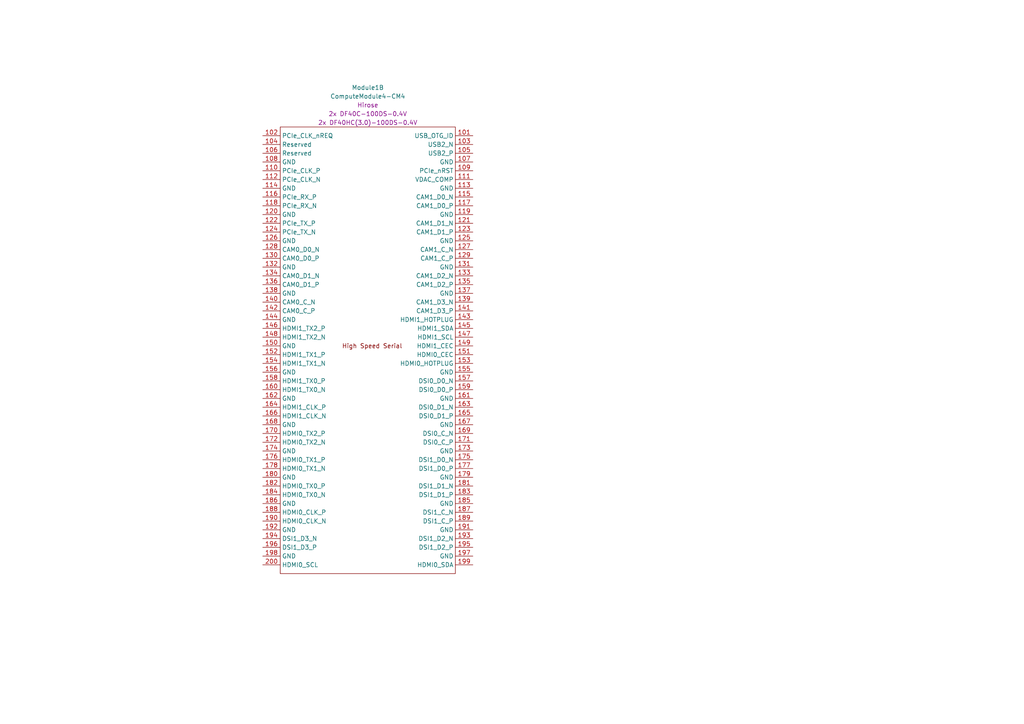
<source format=kicad_sch>
(kicad_sch (version 20230121) (generator eeschema)
  (paper "A4")
  (lib_symbols
    (symbol "CM4IO:ComputeModule4-CM4"
      (property "Reference" "Module" (at 113.03 -68.58 0))
      (property "Value" "ComputeModule4-CM4" (at 140.97 2.54 0))
      (property "Manufacturer" "Hirose" (at 0 0 0))
      (property "MPN" "2x DF40C-100DS-0.4V" (at 0 -2.54 0))
      (property "MPN (Alt)" "2x DF40HC(3.0)-100DS-0.4V" (at 0 0 0))
      (symbol "ComputeModule4-CM4_1_0"
        (text "GPIO" (at 0 6.35 0) (effects (font (size 1.27 1.27))))
      )
      (symbol "ComputeModule4-CM4_1_1"
        (rectangle (start -30.48 -71.12) (end 25.4 58.42))
        (text "600mA Max" (at -8.89 -53.34 0) (effects (font (size 1.27 1.27))))
        (text "600mA Max" (at -8.89 -48.26 0) (effects (font (size 1.27 1.27))))
        (text "NB SD signals are only available" (at -1.27 -27.94 0) (effects (font (size 1.27 1.27))))
        (text "on modules without eMMC" (at -1.27 -30.48 0) (effects (font (size 1.27 1.27))))
        (pin power_in line (at 27.94 55.88 180) (length 2.54) (name "GND") (number "1"))
        (pin passive line (at -33.02 45.72 0) (length 2.54) (name "Ethernet_Pair0_N") (number "10"))
        (pin output line (at -33.02 -68.58 0) (length 2.54) (name "nEXTRST") (number "100"))
        (pin passive line (at 27.94 43.18 180) (length 2.54) (name "Ethernet_Pair2_P") (number "11"))
        (pin passive line (at -33.02 43.18 0) (length 2.54) (name "Ethernet_Pair0_P") (number "12"))
        (pin power_in line (at 27.94 40.64 180) (length 2.54) (name "GND") (number "13"))
        (pin power_in line (at -33.02 40.64 0) (length 2.54) (name "GND") (number "14"))
        (pin output line (at 27.94 38.1 180) (length 2.54) (name "Ethernet_nLED3(3.3v)") (number "15"))
        (pin input line (at -33.02 38.1 0) (length 2.54) (name "Ethernet_SYNC_IN(1.8v)") (number "16"))
        (pin output line (at 27.94 35.56 180) (length 2.54) (name "Ethernet_nLED2(3.3v)") (number "17"))
        (pin input line (at -33.02 35.56 0) (length 2.54) (name "Ethernet_SYNC_OUT(1.8v)") (number "18"))
        (pin output line (at 27.94 33.02 180) (length 2.54) (name "Ethernet_nLED1(3.3v)") (number "19"))
        (pin power_in line (at -33.02 55.88 0) (length 2.54) (name "GND") (number "2"))
        (pin passive line (at -33.02 33.02 0) (length 2.54) (name "EEPROM_nWP") (number "20"))
        (pin open_collector line (at 27.94 30.48 180) (length 2.54) (name "PI_nLED_Activity") (number "21"))
        (pin power_in line (at -33.02 30.48 0) (length 2.54) (name "GND") (number "22"))
        (pin power_in line (at 27.94 27.94 180) (length 2.54) (name "GND") (number "23"))
        (pin passive line (at -33.02 27.94 0) (length 2.54) (name "GPIO26") (number "24"))
        (pin passive line (at 27.94 25.4 180) (length 2.54) (name "GPIO21") (number "25"))
        (pin passive line (at -33.02 25.4 0) (length 2.54) (name "GPIO19") (number "26"))
        (pin passive line (at 27.94 22.86 180) (length 2.54) (name "GPIO20") (number "27"))
        (pin passive line (at -33.02 22.86 0) (length 2.54) (name "GPIO13") (number "28"))
        (pin passive line (at 27.94 20.32 180) (length 2.54) (name "GPIO16") (number "29"))
        (pin passive line (at 27.94 53.34 180) (length 2.54) (name "Ethernet_Pair3_P") (number "3"))
        (pin passive line (at -33.02 20.32 0) (length 2.54) (name "GPIO6") (number "30"))
        (pin passive line (at 27.94 17.78 180) (length 2.54) (name "GPIO12") (number "31"))
        (pin power_in line (at -33.02 17.78 0) (length 2.54) (name "GND") (number "32"))
        (pin power_in line (at 27.94 15.24 180) (length 2.54) (name "GND") (number "33"))
        (pin passive line (at -33.02 15.24 0) (length 2.54) (name "GPIO5") (number "34"))
        (pin passive line (at 27.94 12.7 180) (length 2.54) (name "ID_SC") (number "35"))
        (pin passive line (at -33.02 12.7 0) (length 2.54) (name "ID_SD") (number "36"))
        (pin passive line (at 27.94 10.16 180) (length 2.54) (name "GPIO7") (number "37"))
        (pin passive line (at -33.02 10.16 0) (length 2.54) (name "GPIO11") (number "38"))
        (pin passive line (at 27.94 7.62 180) (length 2.54) (name "GPIO8") (number "39"))
        (pin passive line (at -33.02 53.34 0) (length 2.54) (name "Ethernet_Pair1_P") (number "4"))
        (pin passive line (at -33.02 7.62 0) (length 2.54) (name "GPIO9") (number "40"))
        (pin passive line (at 27.94 5.08 180) (length 2.54) (name "GPIO25") (number "41"))
        (pin power_in line (at -33.02 5.08 0) (length 2.54) (name "GND") (number "42"))
        (pin power_in line (at 27.94 2.54 180) (length 2.54) (name "GND") (number "43"))
        (pin passive line (at -33.02 2.54 0) (length 2.54) (name "GPIO10") (number "44"))
        (pin passive line (at 27.94 0 180) (length 2.54) (name "GPIO24") (number "45"))
        (pin passive line (at -33.02 0 0) (length 2.54) (name "GPIO22") (number "46"))
        (pin passive line (at 27.94 -2.54 180) (length 2.54) (name "GPIO23") (number "47"))
        (pin passive line (at -33.02 -2.54 0) (length 2.54) (name "GPIO27") (number "48"))
        (pin passive line (at 27.94 -5.08 180) (length 2.54) (name "GPIO18") (number "49"))
        (pin passive line (at 27.94 50.8 180) (length 2.54) (name "Ethernet_Pair3_N") (number "5"))
        (pin passive line (at -33.02 -5.08 0) (length 2.54) (name "GPIO17") (number "50"))
        (pin passive line (at 27.94 -7.62 180) (length 2.54) (name "GPIO15") (number "51"))
        (pin power_in line (at -33.02 -7.62 0) (length 2.54) (name "GND") (number "52"))
        (pin power_in line (at 27.94 -10.16 180) (length 2.54) (name "GND") (number "53"))
        (pin passive line (at -33.02 -10.16 0) (length 2.54) (name "GPIO4") (number "54"))
        (pin passive line (at 27.94 -12.7 180) (length 2.54) (name "GPIO14") (number "55"))
        (pin passive line (at -33.02 -12.7 0) (length 2.54) (name "GPIO3") (number "56"))
        (pin passive line (at 27.94 -15.24 180) (length 2.54) (name "SD_CLK") (number "57"))
        (pin passive line (at -33.02 -15.24 0) (length 2.54) (name "GPIO2") (number "58"))
        (pin power_in line (at 27.94 -17.78 180) (length 2.54) (name "GND") (number "59"))
        (pin passive line (at -33.02 50.8 0) (length 2.54) (name "Ethernet_Pair1_N") (number "6"))
        (pin power_in line (at -33.02 -17.78 0) (length 2.54) (name "GND") (number "60"))
        (pin passive line (at 27.94 -20.32 180) (length 2.54) (name "SD_DAT3") (number "61"))
        (pin passive line (at -33.02 -20.32 0) (length 2.54) (name "SD_CMD") (number "62"))
        (pin passive line (at 27.94 -22.86 180) (length 2.54) (name "SD_DAT0") (number "63"))
        (pin passive line (at -33.02 -22.86 0) (length 2.54) (name "SD_DAT5") (number "64"))
        (pin power_in line (at 27.94 -25.4 180) (length 2.54) (name "GND") (number "65"))
        (pin power_in line (at -33.02 -25.4 0) (length 2.54) (name "GND") (number "66"))
        (pin passive line (at 27.94 -27.94 180) (length 2.54) (name "SD_DAT1") (number "67"))
        (pin passive line (at -33.02 -27.94 0) (length 2.54) (name "SD_DAT4") (number "68"))
        (pin passive line (at 27.94 -30.48 180) (length 2.54) (name "SD_DAT2") (number "69"))
        (pin power_in line (at 27.94 48.26 180) (length 2.54) (name "GND") (number "7"))
        (pin passive line (at -33.02 -30.48 0) (length 2.54) (name "SD_DAT7") (number "70"))
        (pin power_in line (at 27.94 -33.02 180) (length 2.54) (name "GND") (number "71"))
        (pin passive line (at -33.02 -33.02 0) (length 2.54) (name "SD_DAT6") (number "72"))
        (pin input line (at 27.94 -35.56 180) (length 2.54) (name "SD_VDD_Override") (number "73"))
        (pin power_in line (at -33.02 -35.56 0) (length 2.54) (name "GND") (number "74"))
        (pin output line (at 27.94 -38.1 180) (length 2.54) (name "SD_PWR_ON") (number "75"))
        (pin passive line (at -33.02 -38.1 0) (length 2.54) (name "Reserved") (number "76"))
        (pin power_in line (at 27.94 -40.64 180) (length 2.54) (name "+5v_(Input)") (number "77"))
        (pin power_in line (at -33.02 -40.64 0) (length 2.54) (name "GPIO_VREF(1.8v/3.3v_Input)") (number "78"))
        (pin power_in line (at 27.94 -43.18 180) (length 2.54) (name "+5v_(Input)") (number "79"))
        (pin power_in line (at -33.02 48.26 0) (length 2.54) (name "GND") (number "8"))
        (pin passive line (at -33.02 -43.18 0) (length 2.54) (name "SCL0") (number "80"))
        (pin power_in line (at 27.94 -45.72 180) (length 2.54) (name "+5v_(Input)") (number "81"))
        (pin passive line (at -33.02 -45.72 0) (length 2.54) (name "SDA0") (number "82"))
        (pin power_in line (at 27.94 -48.26 180) (length 2.54) (name "+5v_(Input)") (number "83"))
        (pin power_out line (at -33.02 -48.26 0) (length 2.54) (name "+3.3v_(Output)") (number "84"))
        (pin power_in line (at 27.94 -50.8 180) (length 2.54) (name "+5v_(Input)") (number "85"))
        (pin power_out line (at -33.02 -50.8 0) (length 2.54) (name "+3.3v_(Output)") (number "86"))
        (pin power_in line (at 27.94 -53.34 180) (length 2.54) (name "+5v_(Input)") (number "87"))
        (pin power_out line (at -33.02 -53.34 0) (length 2.54) (name "+1.8v_(Output)") (number "88"))
        (pin power_in line (at 27.94 -55.88 180) (length 2.54) (name "WiFi_nDisable") (number "89"))
        (pin passive line (at 27.94 45.72 180) (length 2.54) (name "Ethernet_Pair2_N") (number "9"))
        (pin power_out line (at -33.02 -55.88 0) (length 2.54) (name "+1.8v_(Output)") (number "90"))
        (pin power_in line (at 27.94 -58.42 180) (length 2.54) (name "BT_nDisable") (number "91"))
        (pin passive line (at -33.02 -58.42 0) (length 2.54) (name "RUN_PG") (number "92"))
        (pin input line (at 27.94 -60.96 180) (length 2.54) (name "nRPIBOOT") (number "93"))
        (pin passive line (at -33.02 -60.96 0) (length 2.54) (name "AnalogIP0") (number "94"))
        (pin output line (at 27.94 -63.5 180) (length 2.54) (name "nPI_LED_PWR") (number "95"))
        (pin passive line (at -33.02 -63.5 0) (length 2.54) (name "AnalogIP1") (number "96"))
        (pin passive line (at 27.94 -66.04 180) (length 2.54) (name "Camera_GPIO") (number "97"))
        (pin power_in line (at -33.02 -66.04 0) (length 2.54) (name "GND") (number "98"))
        (pin input line (at 27.94 -68.58 180) (length 2.54) (name "Global_EN") (number "99"))
      )
      (symbol "ComputeModule4-CM4_2_1"
        (rectangle (start 114.3 -66.04) (end 165.1 63.5))
        (text "High Speed Serial" (at 140.97 0 0) (effects (font (size 1.27 1.27))))
        (pin input line (at 170.18 60.96 180) (length 5.08) (name "USB_OTG_ID") (number "101"))
        (pin input line (at 109.22 60.96 0) (length 5.08) (name "PCIe_CLK_nREQ") (number "102"))
        (pin passive line (at 170.18 58.42 180) (length 5.08) (name "USB2_N") (number "103"))
        (pin passive line (at 109.22 58.42 0) (length 5.08) (name "Reserved") (number "104"))
        (pin passive line (at 170.18 55.88 180) (length 5.08) (name "USB2_P") (number "105"))
        (pin passive line (at 109.22 55.88 0) (length 5.08) (name "Reserved") (number "106"))
        (pin power_in line (at 170.18 53.34 180) (length 5.08) (name "GND") (number "107"))
        (pin power_in line (at 109.22 53.34 0) (length 5.08) (name "GND") (number "108"))
        (pin bidirectional line (at 170.18 50.8 180) (length 5.08) (name "PCIe_nRST") (number "109"))
        (pin output line (at 109.22 50.8 0) (length 5.08) (name "PCIe_CLK_P") (number "110"))
        (pin passive line (at 170.18 48.26 180) (length 5.08) (name "VDAC_COMP") (number "111"))
        (pin output line (at 109.22 48.26 0) (length 5.08) (name "PCIe_CLK_N") (number "112"))
        (pin power_in line (at 170.18 45.72 180) (length 5.08) (name "GND") (number "113"))
        (pin power_in line (at 109.22 45.72 0) (length 5.08) (name "GND") (number "114"))
        (pin input line (at 170.18 43.18 180) (length 5.08) (name "CAM1_D0_N") (number "115"))
        (pin input line (at 109.22 43.18 0) (length 5.08) (name "PCIe_RX_P") (number "116"))
        (pin input line (at 170.18 40.64 180) (length 5.08) (name "CAM1_D0_P") (number "117"))
        (pin input line (at 109.22 40.64 0) (length 5.08) (name "PCIe_RX_N") (number "118"))
        (pin power_in line (at 170.18 38.1 180) (length 5.08) (name "GND") (number "119"))
        (pin power_in line (at 109.22 38.1 0) (length 5.08) (name "GND") (number "120"))
        (pin input line (at 170.18 35.56 180) (length 5.08) (name "CAM1_D1_N") (number "121"))
        (pin output line (at 109.22 35.56 0) (length 5.08) (name "PCIe_TX_P") (number "122"))
        (pin input line (at 170.18 33.02 180) (length 5.08) (name "CAM1_D1_P") (number "123"))
        (pin output line (at 109.22 33.02 0) (length 5.08) (name "PCIe_TX_N") (number "124"))
        (pin power_in line (at 170.18 30.48 180) (length 5.08) (name "GND") (number "125"))
        (pin power_in line (at 109.22 30.48 0) (length 5.08) (name "GND") (number "126"))
        (pin input line (at 170.18 27.94 180) (length 5.08) (name "CAM1_C_N") (number "127"))
        (pin input line (at 109.22 27.94 0) (length 5.08) (name "CAM0_D0_N") (number "128"))
        (pin input line (at 170.18 25.4 180) (length 5.08) (name "CAM1_C_P") (number "129"))
        (pin input line (at 109.22 25.4 0) (length 5.08) (name "CAM0_D0_P") (number "130"))
        (pin power_in line (at 170.18 22.86 180) (length 5.08) (name "GND") (number "131"))
        (pin power_in line (at 109.22 22.86 0) (length 5.08) (name "GND") (number "132"))
        (pin input line (at 170.18 20.32 180) (length 5.08) (name "CAM1_D2_N") (number "133"))
        (pin input line (at 109.22 20.32 0) (length 5.08) (name "CAM0_D1_N") (number "134"))
        (pin input line (at 170.18 17.78 180) (length 5.08) (name "CAM1_D2_P") (number "135"))
        (pin input line (at 109.22 17.78 0) (length 5.08) (name "CAM0_D1_P") (number "136"))
        (pin power_in line (at 170.18 15.24 180) (length 5.08) (name "GND") (number "137"))
        (pin power_in line (at 109.22 15.24 0) (length 5.08) (name "GND") (number "138"))
        (pin input line (at 170.18 12.7 180) (length 5.08) (name "CAM1_D3_N") (number "139"))
        (pin input line (at 109.22 12.7 0) (length 5.08) (name "CAM0_C_N") (number "140"))
        (pin input line (at 170.18 10.16 180) (length 5.08) (name "CAM1_D3_P") (number "141"))
        (pin input line (at 109.22 10.16 0) (length 5.08) (name "CAM0_C_P") (number "142"))
        (pin input line (at 170.18 7.62 180) (length 5.08) (name "HDMI1_HOTPLUG") (number "143"))
        (pin power_in line (at 109.22 7.62 0) (length 5.08) (name "GND") (number "144"))
        (pin bidirectional line (at 170.18 5.08 180) (length 5.08) (name "HDMI1_SDA") (number "145"))
        (pin output line (at 109.22 5.08 0) (length 5.08) (name "HDMI1_TX2_P") (number "146"))
        (pin open_collector line (at 170.18 2.54 180) (length 5.08) (name "HDMI1_SCL") (number "147"))
        (pin output line (at 109.22 2.54 0) (length 5.08) (name "HDMI1_TX2_N") (number "148"))
        (pin open_collector line (at 170.18 0 180) (length 5.08) (name "HDMI1_CEC") (number "149"))
        (pin power_in line (at 109.22 0 0) (length 5.08) (name "GND") (number "150"))
        (pin open_collector line (at 170.18 -2.54 180) (length 5.08) (name "HDMI0_CEC") (number "151"))
        (pin output line (at 109.22 -2.54 0) (length 5.08) (name "HDMI1_TX1_P") (number "152"))
        (pin input line (at 170.18 -5.08 180) (length 5.08) (name "HDMI0_HOTPLUG") (number "153"))
        (pin output line (at 109.22 -5.08 0) (length 5.08) (name "HDMI1_TX1_N") (number "154"))
        (pin power_in line (at 170.18 -7.62 180) (length 5.08) (name "GND") (number "155"))
        (pin power_in line (at 109.22 -7.62 0) (length 5.08) (name "GND") (number "156"))
        (pin output line (at 170.18 -10.16 180) (length 5.08) (name "DSI0_D0_N") (number "157"))
        (pin output line (at 109.22 -10.16 0) (length 5.08) (name "HDMI1_TX0_P") (number "158"))
        (pin output line (at 170.18 -12.7 180) (length 5.08) (name "DSI0_D0_P") (number "159"))
        (pin output line (at 109.22 -12.7 0) (length 5.08) (name "HDMI1_TX0_N") (number "160"))
        (pin power_in line (at 170.18 -15.24 180) (length 5.08) (name "GND") (number "161"))
        (pin power_in line (at 109.22 -15.24 0) (length 5.08) (name "GND") (number "162"))
        (pin output line (at 170.18 -17.78 180) (length 5.08) (name "DSI0_D1_N") (number "163"))
        (pin output line (at 109.22 -17.78 0) (length 5.08) (name "HDMI1_CLK_P") (number "164"))
        (pin output line (at 170.18 -20.32 180) (length 5.08) (name "DSI0_D1_P") (number "165"))
        (pin output line (at 109.22 -20.32 0) (length 5.08) (name "HDMI1_CLK_N") (number "166"))
        (pin power_in line (at 170.18 -22.86 180) (length 5.08) (name "GND") (number "167"))
        (pin power_in line (at 109.22 -22.86 0) (length 5.08) (name "GND") (number "168"))
        (pin output line (at 170.18 -25.4 180) (length 5.08) (name "DSI0_C_N") (number "169"))
        (pin output line (at 109.22 -25.4 0) (length 5.08) (name "HDMI0_TX2_P") (number "170"))
        (pin output line (at 170.18 -27.94 180) (length 5.08) (name "DSI0_C_P") (number "171"))
        (pin output line (at 109.22 -27.94 0) (length 5.08) (name "HDMI0_TX2_N") (number "172"))
        (pin power_in line (at 170.18 -30.48 180) (length 5.08) (name "GND") (number "173"))
        (pin power_in line (at 109.22 -30.48 0) (length 5.08) (name "GND") (number "174"))
        (pin output line (at 170.18 -33.02 180) (length 5.08) (name "DSI1_D0_N") (number "175"))
        (pin output line (at 109.22 -33.02 0) (length 5.08) (name "HDMI0_TX1_P") (number "176"))
        (pin output line (at 170.18 -35.56 180) (length 5.08) (name "DSI1_D0_P") (number "177"))
        (pin output line (at 109.22 -35.56 0) (length 5.08) (name "HDMI0_TX1_N") (number "178"))
        (pin power_in line (at 170.18 -38.1 180) (length 5.08) (name "GND") (number "179"))
        (pin power_in line (at 109.22 -38.1 0) (length 5.08) (name "GND") (number "180"))
        (pin output line (at 170.18 -40.64 180) (length 5.08) (name "DSI1_D1_N") (number "181"))
        (pin output line (at 109.22 -40.64 0) (length 5.08) (name "HDMI0_TX0_P") (number "182"))
        (pin output line (at 170.18 -43.18 180) (length 5.08) (name "DSI1_D1_P") (number "183"))
        (pin output line (at 109.22 -43.18 0) (length 5.08) (name "HDMI0_TX0_N") (number "184"))
        (pin power_in line (at 170.18 -45.72 180) (length 5.08) (name "GND") (number "185"))
        (pin power_in line (at 109.22 -45.72 0) (length 5.08) (name "GND") (number "186"))
        (pin output line (at 170.18 -48.26 180) (length 5.08) (name "DSI1_C_N") (number "187"))
        (pin output line (at 109.22 -48.26 0) (length 5.08) (name "HDMI0_CLK_P") (number "188"))
        (pin output line (at 170.18 -50.8 180) (length 5.08) (name "DSI1_C_P") (number "189"))
        (pin output line (at 109.22 -50.8 0) (length 5.08) (name "HDMI0_CLK_N") (number "190"))
        (pin power_in line (at 170.18 -53.34 180) (length 5.08) (name "GND") (number "191"))
        (pin power_in line (at 109.22 -53.34 0) (length 5.08) (name "GND") (number "192"))
        (pin output line (at 170.18 -55.88 180) (length 5.08) (name "DSI1_D2_N") (number "193"))
        (pin output line (at 109.22 -55.88 0) (length 5.08) (name "DSI1_D3_N") (number "194"))
        (pin output line (at 170.18 -58.42 180) (length 5.08) (name "DSI1_D2_P") (number "195"))
        (pin output line (at 109.22 -58.42 0) (length 5.08) (name "DSI1_D3_P") (number "196"))
        (pin power_in line (at 170.18 -60.96 180) (length 5.08) (name "GND") (number "197"))
        (pin power_in line (at 109.22 -60.96 0) (length 5.08) (name "GND") (number "198"))
        (pin bidirectional line (at 170.18 -63.5 180) (length 5.08) (name "HDMI0_SDA") (number "199"))
        (pin open_collector line (at 109.22 -63.5 0) (length 5.08) (name "HDMI0_SCL") (number "200"))
      )
    )
  )
  (symbol (lib_id "CM4IO:ComputeModule4-CM4") (at -33.02 100.33 0) (unit 2)
    (property "Reference" "Module1" (at 106.68 25.4 0))
    (property "Value" "ComputeModule4-CM4" (at 106.68 27.94 0))
    (property "Footprint" "CM4IO:Raspberry-Pi-4-Compute-Module" (effects hide))
    (property "Manufacturer" "Hirose" (at 106.68 30.48 0))
    (property "MPN" "2x DF40C-100DS-0.4V" (at 106.68 33.02 0))
    (property "Digi-Key_PN" "2x H11615CT-ND" (effects hide))
    (property "Digi-Key_PN (Alt)" "2x H124602CT-ND" (effects hide))
    (property "MPN (Alt)" "2x DF40HC(3.0)-100DS-0.4V" (at 106.68 35.56 0))
  )
)
</source>
